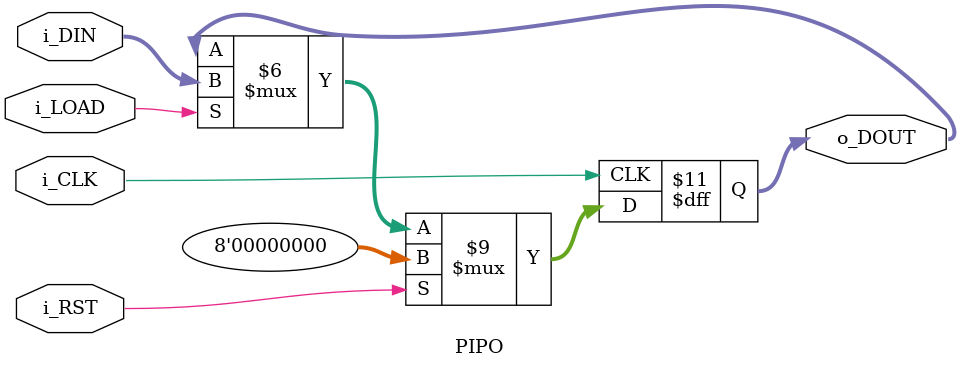
<source format=v>
`timescale 1ns / 1ps


module PIPO #(parameter WIDTH = 8)(
input wire i_CLK,
input wire i_RST,
input wire i_LOAD,
input wire [WIDTH-1:0] i_DIN,
output reg [WIDTH-1:0] o_DOUT = {WIDTH{1'b0}}
    );
//genvar i;

//generate
//for(i=0; i< 8; i= i+1)
//begin
// dff dff_x(
//.clk(i_BTN),
//.rst(i_RST),
//.D(i_SW[i]),
//.Q(o_LED[i])
//);
//end
//endgenerate


always@(posedge(i_CLK))
begin
    if(i_RST == 1)
        o_DOUT <= {WIDTH{1'b0}};
    else if(i_LOAD == 1)
        o_DOUT <= i_DIN;
    else
        o_DOUT <= o_DOUT;
end
endmodule

</source>
